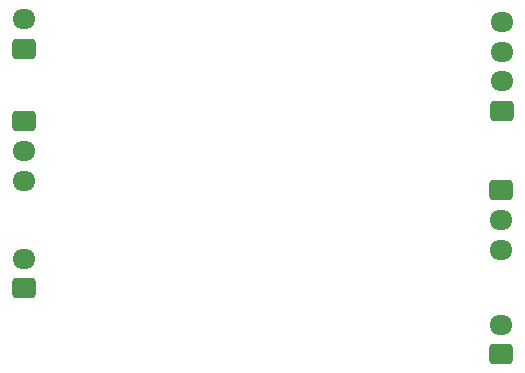
<source format=gbr>
%TF.GenerationSoftware,KiCad,Pcbnew,(7.0.0)*%
%TF.CreationDate,2023-12-20T20:41:28+01:00*%
%TF.ProjectId,board2,626f6172-6432-42e6-9b69-6361645f7063,rev?*%
%TF.SameCoordinates,Original*%
%TF.FileFunction,Soldermask,Bot*%
%TF.FilePolarity,Negative*%
%FSLAX46Y46*%
G04 Gerber Fmt 4.6, Leading zero omitted, Abs format (unit mm)*
G04 Created by KiCad (PCBNEW (7.0.0)) date 2023-12-20 20:41:28*
%MOMM*%
%LPD*%
G01*
G04 APERTURE LIST*
G04 Aperture macros list*
%AMRoundRect*
0 Rectangle with rounded corners*
0 $1 Rounding radius*
0 $2 $3 $4 $5 $6 $7 $8 $9 X,Y pos of 4 corners*
0 Add a 4 corners polygon primitive as box body*
4,1,4,$2,$3,$4,$5,$6,$7,$8,$9,$2,$3,0*
0 Add four circle primitives for the rounded corners*
1,1,$1+$1,$2,$3*
1,1,$1+$1,$4,$5*
1,1,$1+$1,$6,$7*
1,1,$1+$1,$8,$9*
0 Add four rect primitives between the rounded corners*
20,1,$1+$1,$2,$3,$4,$5,0*
20,1,$1+$1,$4,$5,$6,$7,0*
20,1,$1+$1,$6,$7,$8,$9,0*
20,1,$1+$1,$8,$9,$2,$3,0*%
G04 Aperture macros list end*
%ADD10RoundRect,0.250000X0.725000X-0.600000X0.725000X0.600000X-0.725000X0.600000X-0.725000X-0.600000X0*%
%ADD11O,1.950000X1.700000*%
%ADD12RoundRect,0.250000X-0.725000X0.600000X-0.725000X-0.600000X0.725000X-0.600000X0.725000X0.600000X0*%
G04 APERTURE END LIST*
D10*
%TO.C,J2*%
X209550000Y-125944000D03*
D11*
X209549999Y-123443999D03*
%TD*%
D12*
%TO.C,J4*%
X209550000Y-112094000D03*
D11*
X209549999Y-114593999D03*
X209549999Y-117093999D03*
%TD*%
D10*
%TO.C,J3*%
X169164000Y-120356000D03*
D11*
X169163999Y-117855999D03*
%TD*%
D12*
%TO.C,J7*%
X169164000Y-106252000D03*
D11*
X169163999Y-108751999D03*
X169163999Y-111251999D03*
%TD*%
D10*
%TO.C,J5*%
X169164000Y-100076000D03*
D11*
X169163999Y-97575999D03*
%TD*%
D10*
%TO.C,J1*%
X209600800Y-105359200D03*
D11*
X209600799Y-102859199D03*
X209600799Y-100359199D03*
X209600799Y-97859199D03*
%TD*%
M02*

</source>
